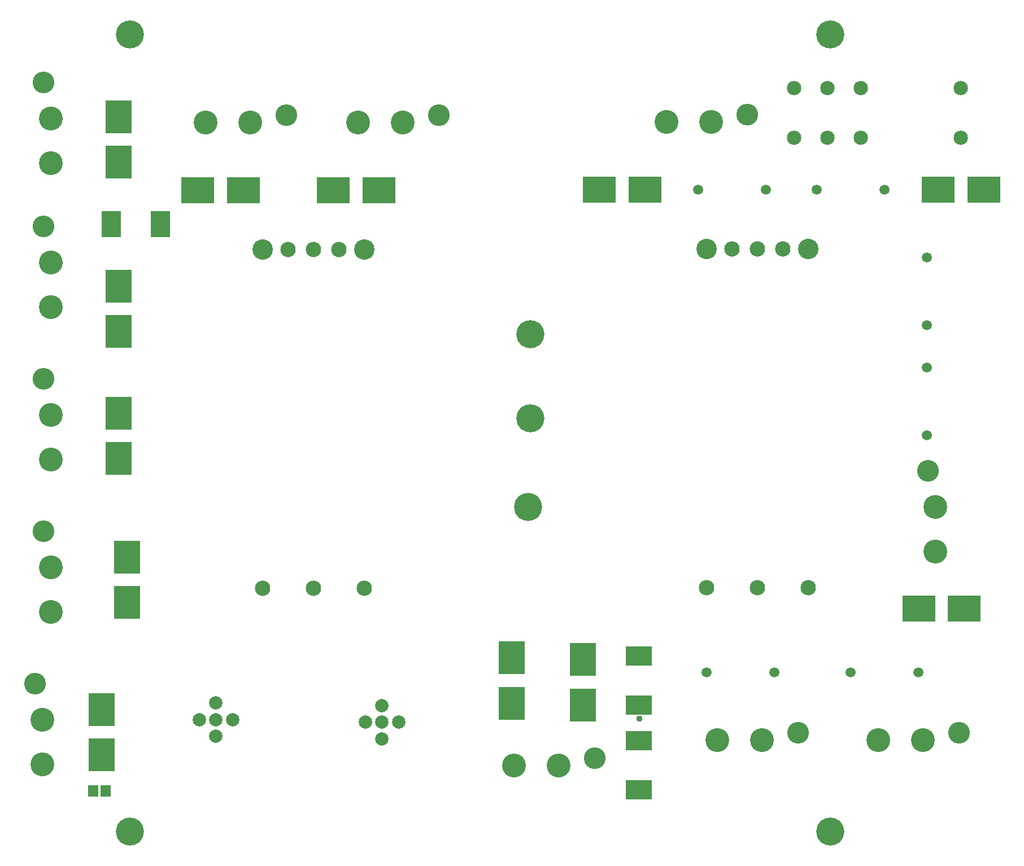
<source format=gbr>
G04 EAGLE Gerber RS-274X export*
G75*
%MOMM*%
%FSLAX34Y34*%
%LPD*%
%INSoldermask Top*%
%IPPOS*%
%AMOC8*
5,1,8,0,0,1.08239X$1,22.5*%
G01*
%ADD10C,4.203200*%
%ADD11C,3.578200*%
%ADD12C,3.253200*%
%ADD13R,4.003200X4.903200*%
%ADD14R,4.903200X4.003200*%
%ADD15C,2.153200*%
%ADD16R,4.003200X3.003200*%
%ADD17C,2.303200*%
%ADD18C,3.068200*%
%ADD19C,1.511200*%
%ADD20R,3.003200X4.003200*%
%ADD21R,1.503200X1.703200*%
%ADD22C,2.003200*%
%ADD23C,0.959600*%


D10*
X220000Y1910000D03*
X220000Y715000D03*
X1270000Y715000D03*
X1270000Y1910000D03*
X820420Y1334760D03*
X820420Y1460490D03*
X816610Y1201410D03*
D11*
X101600Y1501500D03*
X101600Y1568500D03*
D12*
X90600Y1622500D03*
D11*
X101600Y1717400D03*
X101600Y1784400D03*
D12*
X90600Y1838400D03*
D13*
X792480Y907070D03*
X792480Y975070D03*
D14*
X991580Y1677670D03*
X923580Y1677670D03*
X1470370Y1049020D03*
X1402370Y1049020D03*
X321600Y1676400D03*
X389600Y1676400D03*
D13*
X203200Y1532600D03*
X203200Y1464600D03*
X203200Y1342100D03*
X203200Y1274100D03*
D14*
X1499580Y1677670D03*
X1431580Y1677670D03*
D13*
X899160Y904530D03*
X899160Y972530D03*
X215900Y1058200D03*
X215900Y1126200D03*
X203200Y1718600D03*
X203200Y1786600D03*
X177800Y829600D03*
X177800Y897600D03*
D14*
X592800Y1676400D03*
X524800Y1676400D03*
D11*
X561700Y1778000D03*
X628700Y1778000D03*
D12*
X682700Y1789000D03*
D11*
X1023980Y1779270D03*
X1090980Y1779270D03*
D12*
X1144980Y1790270D03*
D15*
X1465580Y1830070D03*
X1315580Y1830070D03*
X1265580Y1830070D03*
X1215580Y1830070D03*
X1215580Y1755070D03*
X1265580Y1755070D03*
X1315580Y1755070D03*
X1465580Y1755070D03*
D16*
X982980Y777070D03*
X982980Y851070D03*
D11*
X333100Y1778000D03*
X400100Y1778000D03*
D12*
X454100Y1789000D03*
D11*
X101600Y1272900D03*
X101600Y1339900D03*
D12*
X90600Y1393900D03*
D11*
X101600Y1044300D03*
X101600Y1111300D03*
D12*
X90600Y1165300D03*
D11*
X88900Y815700D03*
X88900Y882700D03*
D12*
X77900Y936700D03*
D11*
X1427480Y1134470D03*
X1427480Y1201470D03*
D12*
X1416480Y1255470D03*
D17*
X419100Y1079500D03*
X495300Y1079500D03*
X571500Y1079500D03*
D18*
X571500Y1587500D03*
D17*
X533400Y1587500D03*
X495300Y1587500D03*
X457200Y1587500D03*
D18*
X419100Y1587500D03*
D17*
X1084580Y1080770D03*
X1160780Y1080770D03*
X1236980Y1080770D03*
D18*
X1236980Y1588770D03*
D17*
X1198880Y1588770D03*
X1160780Y1588770D03*
X1122680Y1588770D03*
D18*
X1084580Y1588770D03*
D11*
X795380Y814070D03*
X862380Y814070D03*
D12*
X916380Y825070D03*
D19*
X1186180Y953770D03*
X1084580Y953770D03*
X1071880Y1677670D03*
X1173480Y1677670D03*
X1402080Y953770D03*
X1300480Y953770D03*
X1249680Y1677670D03*
X1351280Y1677670D03*
D16*
X982980Y904070D03*
X982980Y978070D03*
D19*
X1414780Y1309370D03*
X1414780Y1410970D03*
X1414780Y1576070D03*
X1414780Y1474470D03*
D11*
X1100180Y852170D03*
X1167180Y852170D03*
D12*
X1221180Y863170D03*
D11*
X1341480Y852170D03*
X1408480Y852170D03*
D12*
X1462480Y863170D03*
D20*
X191600Y1625600D03*
X265600Y1625600D03*
D21*
X164490Y775970D03*
X183490Y775970D03*
D22*
X323850Y882650D03*
X348850Y907650D03*
X373850Y882650D03*
X348850Y857650D03*
X348850Y882650D03*
X572770Y878840D03*
X597770Y903840D03*
X622770Y878840D03*
X597770Y853840D03*
X597770Y878840D03*
D23*
X983488Y883666D03*
M02*

</source>
